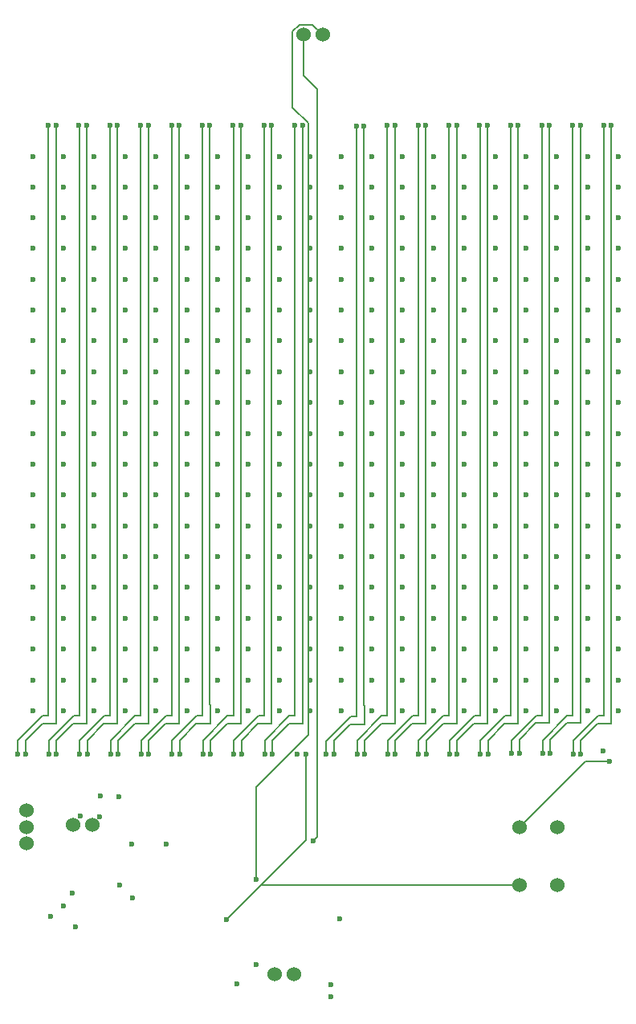
<source format=gbr>
%TF.GenerationSoftware,KiCad,Pcbnew,8.0.3*%
%TF.CreationDate,2024-08-22T18:58:11+02:00*%
%TF.ProjectId,inz,696e7a2e-6b69-4636-9164-5f7063625858,rev?*%
%TF.SameCoordinates,Original*%
%TF.FileFunction,Copper,L2,Inr*%
%TF.FilePolarity,Positive*%
%FSLAX46Y46*%
G04 Gerber Fmt 4.6, Leading zero omitted, Abs format (unit mm)*
G04 Created by KiCad (PCBNEW 8.0.3) date 2024-08-22 18:58:11*
%MOMM*%
%LPD*%
G01*
G04 APERTURE LIST*
%TA.AperFunction,ComponentPad*%
%ADD10C,1.524000*%
%TD*%
%TA.AperFunction,ViaPad*%
%ADD11C,0.600000*%
%TD*%
%TA.AperFunction,Conductor*%
%ADD12C,0.200000*%
%TD*%
G04 APERTURE END LIST*
D10*
%TO.N,+5V*%
%TO.C,pwr2*%
X121000000Y-49000000D03*
%TO.N,GND*%
X123000000Y-49000000D03*
%TD*%
%TO.N,Net-(LED_CON2-cli)*%
%TO.C,LED_CON2*%
X143800000Y-138600000D03*
%TO.N,Net-(LED_CON2-dai)*%
X147800000Y-138600000D03*
%TD*%
%TO.N,Net-(LED_CON1-cli)*%
%TO.C,LED_CON1*%
X143800000Y-132550000D03*
%TO.N,Net-(LED_CON1-dai)*%
X147800000Y-132550000D03*
%TD*%
%TO.N,+5V*%
%TO.C,pwr1*%
X118000000Y-148000000D03*
%TO.N,GND*%
X120000000Y-148000000D03*
%TD*%
%TO.N,UART_RX*%
%TO.C,rxtx1*%
X98700000Y-132300000D03*
%TO.N,UART_TX*%
X96700000Y-132300000D03*
%TD*%
%TO.N,+5V*%
%TO.C,JT2*%
X91800000Y-130750000D03*
%TO.N,GND*%
X91800000Y-132500000D03*
%TO.N,Net-(JT2-S)*%
X91800000Y-134250000D03*
%TD*%
D11*
%TO.N,Net-(U1-VO)*%
X101650735Y-138650735D03*
X103000000Y-140000000D03*
%TO.N,GND*%
X114000000Y-149000000D03*
X116000000Y-147000000D03*
X116000000Y-138000000D03*
%TO.N,+5V*%
X122000000Y-134000000D03*
%TO.N,GND*%
X97000000Y-143000000D03*
%TO.N,+5V*%
X96600000Y-139500000D03*
X95700000Y-140800000D03*
X94300000Y-141900000D03*
%TO.N,UART_RX*%
X99500000Y-131400000D03*
X101500000Y-129300000D03*
%TO.N,UART_TX*%
X97500000Y-131350000D03*
X99600000Y-129200000D03*
%TO.N,Net-(JT2-S)*%
X106500000Y-134300000D03*
X102900000Y-134300000D03*
%TO.N,GND*%
X123900000Y-149100000D03*
X123900000Y-150400000D03*
%TO.N,Net-(LED_CON2-dai)*%
X124850000Y-142200000D03*
X120350000Y-124800000D03*
%TO.N,Net-(LED_CON2-cli)*%
X112850000Y-142300000D03*
X121250000Y-124800000D03*
%TO.N,Net-(LED_CON1-dai)*%
X152550000Y-124500000D03*
%TO.N,Net-(LED_CON1-cli)*%
X153250000Y-125600000D03*
%TO.N,GND*%
X98950000Y-87750000D03*
X102200000Y-97500000D03*
X134700000Y-97500000D03*
X105450000Y-84500000D03*
X137950000Y-91000000D03*
X128200000Y-78000000D03*
X98950000Y-68250000D03*
X105450000Y-68250000D03*
X131450000Y-107250000D03*
X134700000Y-100750000D03*
X111950000Y-120250000D03*
X150950000Y-100750000D03*
X111950000Y-81250000D03*
X118450000Y-104000000D03*
X154200000Y-78000000D03*
X124950000Y-65050000D03*
X147700000Y-107250000D03*
X144450000Y-78000000D03*
X95700000Y-91000000D03*
X134700000Y-61800000D03*
X134700000Y-120250000D03*
X121700000Y-113750000D03*
X118450000Y-78000000D03*
X118450000Y-71500000D03*
X115200000Y-87750000D03*
X150950000Y-68250000D03*
X131450000Y-100750000D03*
X128200000Y-81250000D03*
X137950000Y-100750000D03*
X102200000Y-65050000D03*
X147700000Y-97500000D03*
X108700000Y-74750000D03*
X121700000Y-120250000D03*
X141200000Y-100750000D03*
X150950000Y-104000000D03*
X98950000Y-78000000D03*
X118450000Y-68250000D03*
X144450000Y-97500000D03*
X141200000Y-74750000D03*
X105450000Y-113750000D03*
X147700000Y-71500000D03*
X150950000Y-84500000D03*
X128200000Y-74750000D03*
X98950000Y-65050000D03*
X137950000Y-110500000D03*
X144450000Y-81250000D03*
X144450000Y-120250000D03*
X141200000Y-61800000D03*
X134700000Y-81250000D03*
X134700000Y-84500000D03*
X147700000Y-113750000D03*
X144450000Y-84500000D03*
X131450000Y-113750000D03*
X141200000Y-65050000D03*
X92450000Y-65050000D03*
X144450000Y-71500000D03*
X121700000Y-104000000D03*
X95700000Y-97500000D03*
X131450000Y-74750000D03*
X118450000Y-87750000D03*
X118450000Y-94250000D03*
X144450000Y-91000000D03*
X95700000Y-71500000D03*
X95700000Y-65050000D03*
X108700000Y-84500000D03*
X124950000Y-107250000D03*
X150950000Y-94250000D03*
X118450000Y-91000000D03*
X111950000Y-94250000D03*
X108700000Y-91000000D03*
X95700000Y-61800000D03*
X105450000Y-65050000D03*
X115200000Y-110500000D03*
X121700000Y-68250000D03*
X92450000Y-100750000D03*
X131450000Y-91000000D03*
X98950000Y-84500000D03*
X124950000Y-81250000D03*
X128200000Y-87750000D03*
X144450000Y-74750000D03*
X141200000Y-97500000D03*
X144450000Y-107250000D03*
X150950000Y-120250000D03*
X141200000Y-87750000D03*
X115200000Y-81250000D03*
X141200000Y-68250000D03*
X92450000Y-61800000D03*
X144450000Y-117000000D03*
X121700000Y-71500000D03*
X131450000Y-94250000D03*
X124950000Y-113750000D03*
X134700000Y-71500000D03*
X141200000Y-107250000D03*
X147700000Y-87750000D03*
X115200000Y-68250000D03*
X137950000Y-113750000D03*
X95700000Y-78000000D03*
X111950000Y-104000000D03*
X98950000Y-107250000D03*
X150950000Y-65050000D03*
X128200000Y-117000000D03*
X111950000Y-97500000D03*
X102200000Y-107250000D03*
X124950000Y-100750000D03*
X105450000Y-100750000D03*
X128200000Y-100750000D03*
X150950000Y-81250000D03*
X92450000Y-84500000D03*
X98950000Y-117000000D03*
X98950000Y-61800000D03*
X150950000Y-74750000D03*
X98950000Y-104000000D03*
X134700000Y-94250000D03*
X124950000Y-71500000D03*
X115200000Y-84500000D03*
X134700000Y-74750000D03*
X92450000Y-68250000D03*
X105450000Y-104000000D03*
X134700000Y-87750000D03*
X108700000Y-68250000D03*
X124950000Y-120250000D03*
X150950000Y-117000000D03*
X131450000Y-78000000D03*
X105450000Y-117000000D03*
X102200000Y-100750000D03*
X144450000Y-104000000D03*
X144450000Y-94250000D03*
X108700000Y-78000000D03*
X118450000Y-61800000D03*
X115200000Y-107250000D03*
X98950000Y-81250000D03*
X105450000Y-94250000D03*
X118450000Y-110500000D03*
X128200000Y-107250000D03*
X102200000Y-61800000D03*
X141200000Y-113750000D03*
X121700000Y-87750000D03*
X124950000Y-74750000D03*
X105450000Y-74750000D03*
X118450000Y-65050000D03*
X137950000Y-65050000D03*
X98950000Y-94250000D03*
X105450000Y-81250000D03*
X128200000Y-120250000D03*
X154200000Y-71500000D03*
X147700000Y-110500000D03*
X154200000Y-74750000D03*
X147700000Y-94250000D03*
X102200000Y-84500000D03*
X108700000Y-110500000D03*
X92450000Y-113750000D03*
X137950000Y-107250000D03*
X95700000Y-100750000D03*
X102200000Y-91000000D03*
X144450000Y-87750000D03*
X108700000Y-94250000D03*
X131450000Y-61800000D03*
X137950000Y-94250000D03*
X92450000Y-87750000D03*
X92450000Y-91000000D03*
X92450000Y-110500000D03*
X102200000Y-110500000D03*
X154200000Y-104000000D03*
X121700000Y-117000000D03*
X124950000Y-84500000D03*
X105450000Y-120250000D03*
X118450000Y-97500000D03*
X121700000Y-110500000D03*
X154200000Y-91000000D03*
X92450000Y-74750000D03*
X137950000Y-117000000D03*
X150950000Y-110500000D03*
X92450000Y-97500000D03*
X154200000Y-97500000D03*
X124950000Y-61800000D03*
X124950000Y-110500000D03*
X92450000Y-71500000D03*
X141200000Y-81250000D03*
X102200000Y-71500000D03*
X150950000Y-107250000D03*
X154200000Y-68250000D03*
X118450000Y-120250000D03*
X128200000Y-65050000D03*
X118450000Y-84500000D03*
X98950000Y-74750000D03*
X137950000Y-61800000D03*
X95700000Y-113750000D03*
X105450000Y-97500000D03*
X147700000Y-81250000D03*
X111950000Y-91000000D03*
X95700000Y-94250000D03*
X121700000Y-107250000D03*
X102200000Y-117000000D03*
X124950000Y-91000000D03*
X128200000Y-94250000D03*
X137950000Y-97500000D03*
X115200000Y-71500000D03*
X137950000Y-81250000D03*
X154200000Y-100750000D03*
X141200000Y-117000000D03*
X154200000Y-65050000D03*
X102200000Y-94250000D03*
X128200000Y-104000000D03*
X102200000Y-78000000D03*
X141200000Y-110500000D03*
X111950000Y-68250000D03*
X108700000Y-97500000D03*
X115200000Y-94250000D03*
X128200000Y-110500000D03*
X115200000Y-91000000D03*
X134700000Y-110500000D03*
X121700000Y-65050000D03*
X141200000Y-120250000D03*
X150950000Y-97500000D03*
X147700000Y-120250000D03*
X131450000Y-87750000D03*
X134700000Y-117000000D03*
X144450000Y-61800000D03*
X98950000Y-110500000D03*
X102200000Y-81250000D03*
X124950000Y-68250000D03*
X154200000Y-113750000D03*
X150950000Y-78000000D03*
X131450000Y-110500000D03*
X111950000Y-84500000D03*
X137950000Y-87750000D03*
X108700000Y-100750000D03*
X141200000Y-94250000D03*
X111950000Y-61800000D03*
X108700000Y-87750000D03*
X137950000Y-74750000D03*
X92450000Y-94250000D03*
X95700000Y-117000000D03*
X147700000Y-100750000D03*
X150950000Y-87750000D03*
X92450000Y-120250000D03*
X115200000Y-104000000D03*
X150950000Y-113750000D03*
X118450000Y-117000000D03*
X147700000Y-68250000D03*
X144450000Y-65050000D03*
X108700000Y-65050000D03*
X92450000Y-78000000D03*
X147700000Y-61800000D03*
X147700000Y-104000000D03*
X154200000Y-107250000D03*
X102200000Y-87750000D03*
X111950000Y-71500000D03*
X128200000Y-97500000D03*
X105450000Y-87750000D03*
X131450000Y-117000000D03*
X144450000Y-68250000D03*
X154200000Y-87750000D03*
X111950000Y-100750000D03*
X111950000Y-87750000D03*
X128200000Y-71500000D03*
X121700000Y-84500000D03*
X147700000Y-84500000D03*
X154200000Y-117000000D03*
X111950000Y-117000000D03*
X115200000Y-97500000D03*
X111950000Y-113750000D03*
X102200000Y-113750000D03*
X102200000Y-68250000D03*
X147700000Y-91000000D03*
X115200000Y-61800000D03*
X108700000Y-120250000D03*
X95700000Y-110500000D03*
X108700000Y-61800000D03*
X150950000Y-61800000D03*
X124950000Y-117000000D03*
X105450000Y-110500000D03*
X108700000Y-71500000D03*
X98950000Y-100750000D03*
X124950000Y-87750000D03*
X141200000Y-104000000D03*
X98950000Y-97500000D03*
X150950000Y-71500000D03*
X108700000Y-117000000D03*
X95700000Y-74750000D03*
X92450000Y-117000000D03*
X147700000Y-65050000D03*
X121700000Y-74750000D03*
X124950000Y-78000000D03*
X118450000Y-107250000D03*
X150950000Y-91000000D03*
X95700000Y-107250000D03*
X131450000Y-81250000D03*
X105450000Y-71500000D03*
X137950000Y-104000000D03*
X154200000Y-61800000D03*
X137950000Y-120250000D03*
X121700000Y-61800000D03*
X131450000Y-71500000D03*
X115200000Y-65050000D03*
X121700000Y-97500000D03*
X111950000Y-107250000D03*
X121700000Y-100750000D03*
X147700000Y-74750000D03*
X115200000Y-120250000D03*
X147700000Y-117000000D03*
X105450000Y-78000000D03*
X147700000Y-78000000D03*
X111950000Y-78000000D03*
X124950000Y-94250000D03*
X95700000Y-68250000D03*
X154200000Y-120250000D03*
X134700000Y-113750000D03*
X98950000Y-71500000D03*
X95700000Y-120250000D03*
X118450000Y-81250000D03*
X98950000Y-120250000D03*
X108700000Y-104000000D03*
X108700000Y-107250000D03*
X108700000Y-113750000D03*
X95700000Y-81250000D03*
X121700000Y-94250000D03*
X92450000Y-104000000D03*
X121700000Y-81250000D03*
X115200000Y-78000000D03*
X131450000Y-84500000D03*
X134700000Y-104000000D03*
X118450000Y-113750000D03*
X131450000Y-65050000D03*
X128200000Y-91000000D03*
X128200000Y-84500000D03*
X95700000Y-104000000D03*
X137950000Y-84500000D03*
X115200000Y-117000000D03*
X131450000Y-68250000D03*
X144450000Y-100750000D03*
X141200000Y-84500000D03*
X124950000Y-104000000D03*
X128200000Y-113750000D03*
X137950000Y-71500000D03*
X105450000Y-91000000D03*
X134700000Y-107250000D03*
X95700000Y-87750000D03*
X111950000Y-65050000D03*
X105450000Y-107250000D03*
X154200000Y-110500000D03*
X121700000Y-91000000D03*
X118450000Y-100750000D03*
X102200000Y-74750000D03*
X154200000Y-81250000D03*
X144450000Y-113750000D03*
X108700000Y-81250000D03*
X115200000Y-74750000D03*
X131450000Y-120250000D03*
X141200000Y-71500000D03*
X118450000Y-74750000D03*
X115200000Y-100750000D03*
X98950000Y-113750000D03*
X115200000Y-113750000D03*
X105450000Y-61800000D03*
X137950000Y-68250000D03*
X131450000Y-104000000D03*
X92450000Y-81250000D03*
X95700000Y-84500000D03*
X111950000Y-110500000D03*
X102200000Y-120250000D03*
X102200000Y-104000000D03*
X134700000Y-65050000D03*
X141200000Y-78000000D03*
X98950000Y-91000000D03*
X124950000Y-97500000D03*
X128200000Y-61800000D03*
X141200000Y-91000000D03*
X121700000Y-78000000D03*
X134700000Y-78000000D03*
X154200000Y-84500000D03*
X144450000Y-110500000D03*
X92450000Y-107250000D03*
X134700000Y-68250000D03*
X134700000Y-91000000D03*
X111950000Y-74750000D03*
X128200000Y-68250000D03*
X137950000Y-78000000D03*
X154200000Y-94250000D03*
X131450000Y-97500000D03*
%TO.N,Net-(U22-CLO)*%
X153439993Y-58538107D03*
X150250000Y-124800000D03*
%TO.N,Net-(U22-DAO)*%
X149450000Y-124800000D03*
X152640063Y-58548920D03*
%TO.N,Net-(U42-DAO)*%
X146200000Y-124750000D03*
X149390063Y-58498920D03*
%TO.N,Net-(U42-CLO)*%
X147000000Y-124750000D03*
X150189993Y-58488107D03*
%TO.N,Net-(U62-CLO)*%
X143750000Y-124750000D03*
X146939993Y-58488107D03*
%TO.N,Net-(U62-DAO)*%
X142950000Y-124750000D03*
X146140063Y-58498920D03*
%TO.N,Net-(U82-DAO)*%
X139650000Y-124800000D03*
X142840063Y-58548920D03*
%TO.N,Net-(U82-CLO)*%
X140450000Y-124800000D03*
X143639993Y-58538107D03*
%TO.N,Net-(U102-DAO)*%
X139590063Y-58548920D03*
X136400000Y-124800000D03*
%TO.N,Net-(U102-CLO)*%
X137200000Y-124800000D03*
X140389993Y-58538107D03*
%TO.N,Net-(U122-CLO)*%
X133950000Y-124800000D03*
X137139993Y-58538107D03*
%TO.N,Net-(U122-DAO)*%
X133150000Y-124800000D03*
X136340063Y-58548920D03*
%TO.N,Net-(U142-DAO)*%
X133090063Y-58548920D03*
X129900000Y-124800000D03*
%TO.N,Net-(U142-CLO)*%
X130700000Y-124800000D03*
X133889993Y-58538107D03*
%TO.N,Net-(U162-CLO)*%
X130639993Y-58538107D03*
X127450000Y-124800000D03*
%TO.N,Net-(U162-DAO)*%
X129840063Y-58548920D03*
X126650000Y-124800000D03*
%TO.N,Net-(U182-DAO)*%
X123400000Y-124850000D03*
X126590063Y-58598920D03*
%TO.N,Net-(U182-CLO)*%
X127389993Y-58588107D03*
X124200000Y-124850000D03*
%TO.N,Net-(U222-DAO)*%
X116900000Y-124800000D03*
X120090063Y-58548920D03*
%TO.N,Net-(U222-CLO)*%
X120889993Y-58538107D03*
X117700000Y-124800000D03*
%TO.N,Net-(U262-DAO)*%
X110400000Y-124800000D03*
X113590063Y-58548920D03*
%TO.N,Net-(U262-CLO)*%
X111200000Y-124800000D03*
X114389993Y-58538107D03*
%TO.N,Net-(U242-DAO)*%
X116840063Y-58548920D03*
X113650000Y-124800000D03*
%TO.N,Net-(U242-CLO)*%
X114450000Y-124800000D03*
X117639993Y-58538107D03*
%TO.N,Net-(U302-DAO)*%
X107090063Y-58548920D03*
X103900000Y-124800000D03*
%TO.N,Net-(U302-CLO)*%
X107889993Y-58538107D03*
X104700000Y-124800000D03*
%TO.N,Net-(U282-CLO)*%
X111139993Y-58538107D03*
X107950000Y-124800000D03*
%TO.N,Net-(U282-DAO)*%
X110340063Y-58548920D03*
X107150000Y-124800000D03*
%TO.N,Net-(U342-CLO)*%
X98200000Y-124800000D03*
X101389993Y-58538107D03*
%TO.N,Net-(U342-DAO)*%
X100590063Y-58548920D03*
X97400000Y-124800000D03*
%TO.N,Net-(U322-CLO)*%
X104639993Y-58538107D03*
X101450000Y-124800000D03*
%TO.N,Net-(U322-DAO)*%
X100650000Y-124800000D03*
X103840063Y-58548920D03*
%TO.N,Net-(U382-DAO)*%
X90900000Y-124800000D03*
X94090063Y-58548920D03*
%TO.N,Net-(U382-CLO)*%
X91700000Y-124800000D03*
X94889993Y-58538107D03*
%TO.N,Net-(U362-DAO)*%
X97340063Y-58548920D03*
X94150000Y-124800000D03*
%TO.N,Net-(U362-CLO)*%
X98139993Y-58538107D03*
X94950000Y-124800000D03*
%TD*%
D12*
%TO.N,GND*%
X121489993Y-58289578D02*
X121489993Y-122811479D01*
X119852347Y-56651932D02*
X121489993Y-58289578D01*
X119852347Y-48645758D02*
X119852347Y-56651932D01*
X116000000Y-128301471D02*
X121489993Y-122811479D01*
X120560105Y-47938000D02*
X119852347Y-48645758D01*
X121938000Y-47938000D02*
X120560105Y-47938000D01*
X123000000Y-49000000D02*
X121938000Y-47938000D01*
%TO.N,+5V*%
X122461999Y-54761999D02*
X121000000Y-53300000D01*
X121000000Y-53300000D02*
X121000000Y-49000000D01*
%TO.N,GND*%
X116000000Y-138000000D02*
X116000000Y-128301471D01*
%TO.N,+5V*%
X122461999Y-133538001D02*
X122000000Y-134000000D01*
X122461999Y-54761999D02*
X122461999Y-133538001D01*
%TO.N,Net-(LED_CON1-cli)*%
X150750000Y-125600000D02*
X153250000Y-125600000D01*
X143800000Y-132550000D02*
X150750000Y-125600000D01*
%TO.N,Net-(LED_CON2-cli)*%
X143800000Y-138600000D02*
X116550000Y-138600000D01*
X116550000Y-138600000D02*
X112850000Y-142300000D01*
X121250000Y-133900000D02*
X112850000Y-142300000D01*
X121250000Y-124800000D02*
X121250000Y-133900000D01*
%TO.N,Net-(U382-DAO)*%
X94100000Y-120800000D02*
X94100000Y-58558857D01*
X94100000Y-58558857D02*
X94090063Y-58548920D01*
X93500000Y-120800000D02*
X94100000Y-120800000D01*
X90900000Y-123400000D02*
X93500000Y-120800000D01*
X90900000Y-124800000D02*
X90900000Y-123400000D01*
%TO.N,Net-(U382-CLO)*%
X94900000Y-121600000D02*
X94900000Y-119600001D01*
X93451471Y-121600000D02*
X94900000Y-121600000D01*
X91700000Y-123351471D02*
X93451471Y-121600000D01*
X91700000Y-124800000D02*
X91700000Y-123351471D01*
%TO.N,Net-(U362-DAO)*%
X96750000Y-120800000D02*
X97350000Y-120800000D01*
X94150000Y-123400000D02*
X96750000Y-120800000D01*
X94150000Y-124800000D02*
X94150000Y-123400000D01*
X97350000Y-120800000D02*
X97350000Y-58558857D01*
%TO.N,Net-(U362-CLO)*%
X96701471Y-121600000D02*
X98150000Y-121600000D01*
X98150000Y-121600000D02*
X98150000Y-119600001D01*
X94950000Y-123351471D02*
X96701471Y-121600000D01*
X94950000Y-124800000D02*
X94950000Y-123351471D01*
%TO.N,Net-(U342-DAO)*%
X100600000Y-120800000D02*
X100600000Y-58558857D01*
X100000000Y-120800000D02*
X100600000Y-120800000D01*
X97400000Y-123400000D02*
X100000000Y-120800000D01*
X97400000Y-124800000D02*
X97400000Y-123400000D01*
%TO.N,Net-(U342-CLO)*%
X101400000Y-121600000D02*
X101400000Y-119600001D01*
X98200000Y-123351471D02*
X99951471Y-121600000D01*
X99951471Y-121600000D02*
X101400000Y-121600000D01*
X98200000Y-124800000D02*
X98200000Y-123351471D01*
%TO.N,Net-(U322-DAO)*%
X103250000Y-120800000D02*
X103850000Y-120800000D01*
X100650000Y-123400000D02*
X103250000Y-120800000D01*
X100650000Y-124800000D02*
X100650000Y-123400000D01*
X103850000Y-120800000D02*
X103850000Y-58558857D01*
%TO.N,Net-(U322-CLO)*%
X104650000Y-121600000D02*
X104650000Y-119600001D01*
X103201471Y-121600000D02*
X104650000Y-121600000D01*
X101450000Y-124800000D02*
X101450000Y-123351471D01*
X101450000Y-123351471D02*
X103201471Y-121600000D01*
%TO.N,Net-(U302-DAO)*%
X107100000Y-120800000D02*
X107100000Y-58558857D01*
X106500000Y-120800000D02*
X107100000Y-120800000D01*
X103900000Y-124800000D02*
X103900000Y-123400000D01*
X103900000Y-123400000D02*
X106500000Y-120800000D01*
%TO.N,Net-(U302-CLO)*%
X107900000Y-121600000D02*
X107900000Y-119600001D01*
X106451471Y-121600000D02*
X107900000Y-121600000D01*
X104700000Y-123351471D02*
X106451471Y-121600000D01*
X104700000Y-124800000D02*
X104700000Y-123351471D01*
%TO.N,Net-(U282-DAO)*%
X110350000Y-120800000D02*
X110350000Y-58558857D01*
X107150000Y-123400000D02*
X109750000Y-120800000D01*
X107150000Y-124800000D02*
X107150000Y-123400000D01*
X109750000Y-120800000D02*
X110350000Y-120800000D01*
%TO.N,Net-(U282-CLO)*%
X111150000Y-121600000D02*
X111150000Y-119600001D01*
X109701471Y-121600000D02*
X111150000Y-121600000D01*
X107950000Y-123351471D02*
X109701471Y-121600000D01*
X107950000Y-124800000D02*
X107950000Y-123351471D01*
%TO.N,Net-(U262-DAO)*%
X113600000Y-120800000D02*
X113600000Y-58558857D01*
X113000000Y-120800000D02*
X113600000Y-120800000D01*
X110400000Y-123400000D02*
X113000000Y-120800000D01*
X110400000Y-124800000D02*
X110400000Y-123400000D01*
%TO.N,Net-(U262-CLO)*%
X114400000Y-121600000D02*
X114400000Y-119600001D01*
X112951471Y-121600000D02*
X114400000Y-121600000D01*
X111200000Y-123351471D02*
X112951471Y-121600000D01*
X111200000Y-124800000D02*
X111200000Y-123351471D01*
%TO.N,Net-(U242-DAO)*%
X116850000Y-120800000D02*
X116850000Y-58558857D01*
X116250000Y-120800000D02*
X116850000Y-120800000D01*
X113650000Y-123400000D02*
X116250000Y-120800000D01*
X113650000Y-124800000D02*
X113650000Y-123400000D01*
%TO.N,Net-(U242-CLO)*%
X117650000Y-121600000D02*
X117650000Y-119600001D01*
X116201471Y-121600000D02*
X117650000Y-121600000D01*
X114450000Y-123351471D02*
X116201471Y-121600000D01*
X114450000Y-124800000D02*
X114450000Y-123351471D01*
%TO.N,Net-(U222-DAO)*%
X120100000Y-120800000D02*
X120100000Y-58558857D01*
X119500000Y-120800000D02*
X120100000Y-120800000D01*
X116900000Y-123400000D02*
X119500000Y-120800000D01*
X116900000Y-124800000D02*
X116900000Y-123400000D01*
%TO.N,Net-(U222-CLO)*%
X120900000Y-121600000D02*
X120900000Y-119600001D01*
X119451471Y-121600000D02*
X120900000Y-121600000D01*
X117700000Y-123351471D02*
X119451471Y-121600000D01*
X117700000Y-124800000D02*
X117700000Y-123351471D01*
%TO.N,Net-(U182-DAO)*%
X126600000Y-120850000D02*
X126600000Y-58608857D01*
X126000000Y-120850000D02*
X126600000Y-120850000D01*
X123400000Y-123450000D02*
X126000000Y-120850000D01*
X123400000Y-124850000D02*
X123400000Y-123450000D01*
%TO.N,Net-(U182-CLO)*%
X127400000Y-121650000D02*
X127400000Y-119650001D01*
X124200000Y-123401471D02*
X125951471Y-121650000D01*
X125951471Y-121650000D02*
X127400000Y-121650000D01*
X124200000Y-124850000D02*
X124200000Y-123401471D01*
%TO.N,Net-(U162-DAO)*%
X129850000Y-120800000D02*
X129850000Y-58558857D01*
X129250000Y-120800000D02*
X129850000Y-120800000D01*
X126650000Y-123400000D02*
X129250000Y-120800000D01*
X126650000Y-124800000D02*
X126650000Y-123400000D01*
%TO.N,Net-(U162-CLO)*%
X129201471Y-121600000D02*
X130650000Y-121600000D01*
X127450000Y-123351471D02*
X129201471Y-121600000D01*
X127450000Y-124800000D02*
X127450000Y-123351471D01*
X130650000Y-121600000D02*
X130650000Y-119600001D01*
%TO.N,Net-(U142-DAO)*%
X129900000Y-123400000D02*
X132500000Y-120800000D01*
X132500000Y-120800000D02*
X133100000Y-120800000D01*
X133100000Y-120800000D02*
X133100000Y-58558857D01*
X129900000Y-124800000D02*
X129900000Y-123400000D01*
%TO.N,Net-(U142-CLO)*%
X132451471Y-121600000D02*
X133900000Y-121600000D01*
X130700000Y-123351471D02*
X132451471Y-121600000D01*
X130700000Y-124800000D02*
X130700000Y-123351471D01*
X133900000Y-121600000D02*
X133900000Y-119600001D01*
%TO.N,Net-(U122-DAO)*%
X136350000Y-120800000D02*
X136350000Y-58558857D01*
X133150000Y-123400000D02*
X135750000Y-120800000D01*
X133150000Y-124800000D02*
X133150000Y-123400000D01*
X135750000Y-120800000D02*
X136350000Y-120800000D01*
%TO.N,Net-(U122-CLO)*%
X137150000Y-121600000D02*
X137150000Y-119600001D01*
X133950000Y-123351471D02*
X135701471Y-121600000D01*
X135701471Y-121600000D02*
X137150000Y-121600000D01*
X133950000Y-124800000D02*
X133950000Y-123351471D01*
%TO.N,Net-(U102-DAO)*%
X139600000Y-120800000D02*
X139600000Y-58558857D01*
X139000000Y-120800000D02*
X139600000Y-120800000D01*
X136400000Y-123400000D02*
X139000000Y-120800000D01*
X136400000Y-124800000D02*
X136400000Y-123400000D01*
%TO.N,Net-(U102-CLO)*%
X138951471Y-121600000D02*
X140400000Y-121600000D01*
X140400000Y-121600000D02*
X140400000Y-119600001D01*
X137200000Y-123351471D02*
X138951471Y-121600000D01*
X137200000Y-124800000D02*
X137200000Y-123351471D01*
%TO.N,Net-(U82-DAO)*%
X142850000Y-120800000D02*
X142850000Y-58558857D01*
X139650000Y-123400000D02*
X142250000Y-120800000D01*
X139650000Y-124800000D02*
X139650000Y-123400000D01*
X142250000Y-120800000D02*
X142850000Y-120800000D01*
%TO.N,Net-(U82-CLO)*%
X142201471Y-121600000D02*
X143650000Y-121600000D01*
X140450000Y-123351471D02*
X142201471Y-121600000D01*
X140450000Y-124800000D02*
X140450000Y-123351471D01*
X143650000Y-121600000D02*
X143650000Y-119600001D01*
%TO.N,Net-(U62-DAO)*%
X146150000Y-120750000D02*
X146150000Y-58508857D01*
X145550000Y-120750000D02*
X146150000Y-120750000D01*
X142950000Y-123350000D02*
X145550000Y-120750000D01*
X142950000Y-124750000D02*
X142950000Y-123350000D01*
%TO.N,Net-(U62-CLO)*%
X145501471Y-121550000D02*
X146950000Y-121550000D01*
X143750000Y-123301471D02*
X145501471Y-121550000D01*
X146950000Y-121550000D02*
X146950000Y-119550001D01*
X143750000Y-124750000D02*
X143750000Y-123301471D01*
%TO.N,Net-(U42-DAO)*%
X149400000Y-120750000D02*
X149400000Y-58508857D01*
X148800000Y-120750000D02*
X149400000Y-120750000D01*
X146200000Y-123350000D02*
X148800000Y-120750000D01*
X146200000Y-124750000D02*
X146200000Y-123350000D01*
%TO.N,Net-(U42-CLO)*%
X150200000Y-121550000D02*
X150200000Y-119550001D01*
X148751471Y-121550000D02*
X150200000Y-121550000D01*
X147000000Y-124750000D02*
X147000000Y-123301471D01*
X147000000Y-123301471D02*
X148751471Y-121550000D01*
%TO.N,Net-(U22-DAO)*%
X152650000Y-58558857D02*
X152640063Y-58548920D01*
X152650000Y-120800000D02*
X152650000Y-58558857D01*
X152050000Y-120800000D02*
X152650000Y-120800000D01*
X149450000Y-124800000D02*
X149450000Y-123400000D01*
X149450000Y-123400000D02*
X152050000Y-120800000D01*
%TO.N,Net-(U22-CLO)*%
X153450000Y-119600001D02*
X153439993Y-119589994D01*
X153450000Y-121600000D02*
X153450000Y-119600001D01*
X153439993Y-119589994D02*
X153439993Y-58538107D01*
X152001471Y-121600000D02*
X153450000Y-121600000D01*
X150250000Y-123351471D02*
X152001471Y-121600000D01*
X150250000Y-124800000D02*
X150250000Y-123351471D01*
%TO.N,Net-(U42-CLO)*%
X150189993Y-58488107D02*
X150189993Y-119539994D01*
%TO.N,Net-(U62-CLO)*%
X146939993Y-58488107D02*
X146939993Y-119539994D01*
%TO.N,Net-(U82-CLO)*%
X143639993Y-58538107D02*
X143639993Y-119589994D01*
%TO.N,Net-(U102-CLO)*%
X140389993Y-58538107D02*
X140389993Y-119589994D01*
%TO.N,Net-(U122-CLO)*%
X137139993Y-58538107D02*
X137139993Y-119589994D01*
%TO.N,Net-(U142-CLO)*%
X133889993Y-58538107D02*
X133889993Y-119589994D01*
%TO.N,Net-(U162-CLO)*%
X130639993Y-58538107D02*
X130639993Y-119589994D01*
%TO.N,Net-(U182-CLO)*%
X127389993Y-58588107D02*
X127389993Y-119639994D01*
%TO.N,Net-(U222-CLO)*%
X120889993Y-58538107D02*
X120889993Y-119589994D01*
%TO.N,Net-(U262-CLO)*%
X114389993Y-58538107D02*
X114389993Y-119589994D01*
%TO.N,Net-(U242-CLO)*%
X117639993Y-58538107D02*
X117639993Y-119589994D01*
%TO.N,Net-(U302-CLO)*%
X107889993Y-58538107D02*
X107889993Y-119589994D01*
%TO.N,Net-(U282-CLO)*%
X111139993Y-58538107D02*
X111139993Y-119589994D01*
%TO.N,Net-(U342-CLO)*%
X101389993Y-58538107D02*
X101389993Y-119589994D01*
%TO.N,Net-(U322-CLO)*%
X104639993Y-58538107D02*
X104639993Y-119589994D01*
%TO.N,Net-(U382-CLO)*%
X94889993Y-58538107D02*
X94889993Y-119589994D01*
%TO.N,Net-(U362-CLO)*%
X98139993Y-58538107D02*
X98139993Y-119589994D01*
%TD*%
M02*

</source>
